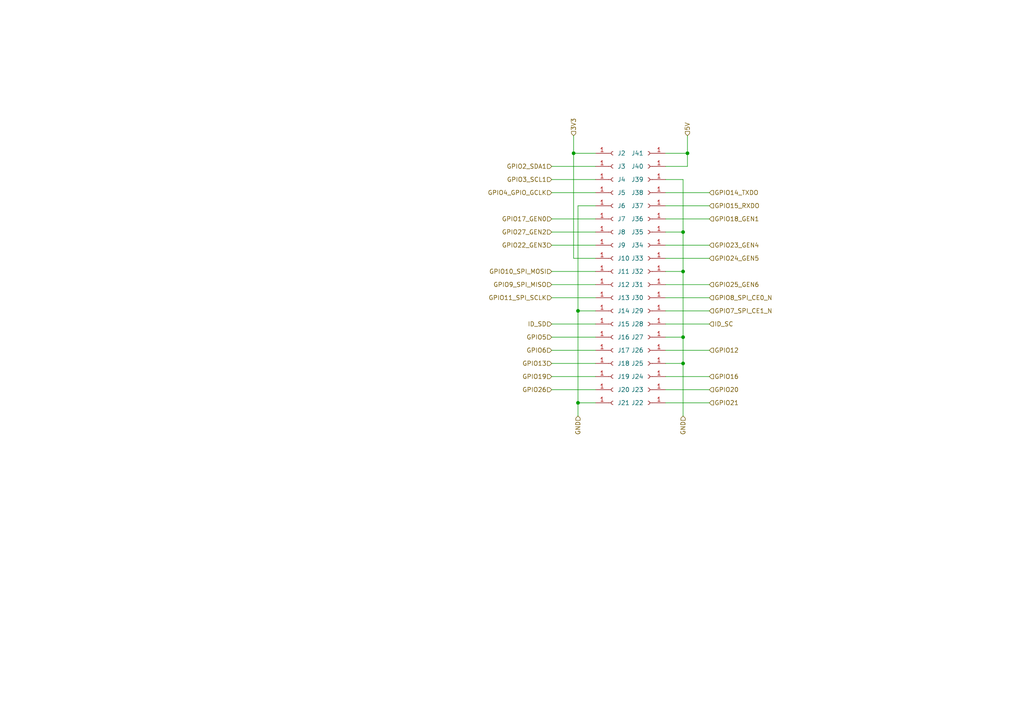
<source format=kicad_sch>
(kicad_sch (version 20230121) (generator eeschema)
  (paper "A4")
  (lib_symbols
    (symbol "Connector:Conn_01x01_Socket" (pin_names (offset 1.016) hide)
      (property "Reference" "J" (at 0 2.54 0))
      (property "Value" "Conn_01x01_Socket" (at 0 -2.54 0))
      (symbol "Conn_01x01_Socket_1_1"
        (polyline (pts (xy -1.27 0) (xy -0.508 0)) (stroke (width 0.1524)))
        (arc (start 0 0.508) (mid -0.5058 0) (end 0 -0.508) (stroke (width 0.1524)))
        (pin passive line (at -5.08 0 0) (length 3.81) (name "Pin_1") (number "1"))
      )
    )
  )
  (junction (at 198.12 67.31))
  (junction (at 198.12 97.79))
  (junction (at 167.64 116.84))
  (junction (at 198.12 78.74))
  (junction (at 167.64 90.17))
  (junction (at 199.39 44.45))
  (junction (at 166.37 44.45))
  (junction (at 198.12 105.41))
  (wire (pts (xy 172.72 59.69) (xy 167.64 59.69)))
  (wire (pts (xy 198.12 78.74) (xy 198.12 97.79)))
  (wire (pts (xy 193.04 82.55) (xy 205.74 82.55)))
  (wire (pts (xy 193.04 113.03) (xy 205.74 113.03)))
  (wire (pts (xy 160.02 63.5) (xy 172.72 63.5)))
  (wire (pts (xy 193.04 90.17) (xy 205.74 90.17)))
  (wire (pts (xy 193.04 93.98) (xy 205.74 93.98)))
  (wire (pts (xy 193.04 97.79) (xy 198.12 97.79)))
  (wire (pts (xy 167.64 90.17) (xy 172.72 90.17)))
  (wire (pts (xy 198.12 67.31) (xy 198.12 78.74)))
  (wire (pts (xy 193.04 48.26) (xy 199.39 48.26)))
  (wire (pts (xy 166.37 39.37) (xy 166.37 44.45)))
  (wire (pts (xy 160.02 55.88) (xy 172.72 55.88)))
  (wire (pts (xy 160.02 86.36) (xy 172.72 86.36)))
  (wire (pts (xy 193.04 59.69) (xy 205.74 59.69)))
  (wire (pts (xy 167.64 116.84) (xy 167.64 120.65)))
  (wire (pts (xy 160.02 78.74) (xy 172.72 78.74)))
  (wire (pts (xy 166.37 44.45) (xy 166.37 74.93)))
  (wire (pts (xy 193.04 116.84) (xy 205.74 116.84)))
  (wire (pts (xy 160.02 52.07) (xy 172.72 52.07)))
  (wire (pts (xy 193.04 74.93) (xy 205.74 74.93)))
  (wire (pts (xy 199.39 39.37) (xy 199.39 44.45)))
  (wire (pts (xy 193.04 67.31) (xy 198.12 67.31)))
  (wire (pts (xy 160.02 101.6) (xy 172.72 101.6)))
  (wire (pts (xy 193.04 109.22) (xy 205.74 109.22)))
  (wire (pts (xy 160.02 67.31) (xy 172.72 67.31)))
  (wire (pts (xy 193.04 52.07) (xy 198.12 52.07)))
  (wire (pts (xy 160.02 48.26) (xy 172.72 48.26)))
  (wire (pts (xy 160.02 71.12) (xy 172.72 71.12)))
  (wire (pts (xy 166.37 44.45) (xy 172.72 44.45)))
  (wire (pts (xy 193.04 105.41) (xy 198.12 105.41)))
  (wire (pts (xy 193.04 86.36) (xy 205.74 86.36)))
  (wire (pts (xy 193.04 55.88) (xy 205.74 55.88)))
  (wire (pts (xy 198.12 52.07) (xy 198.12 67.31)))
  (wire (pts (xy 160.02 109.22) (xy 172.72 109.22)))
  (wire (pts (xy 167.64 59.69) (xy 167.64 90.17)))
  (wire (pts (xy 167.64 116.84) (xy 172.72 116.84)))
  (wire (pts (xy 160.02 113.03) (xy 172.72 113.03)))
  (wire (pts (xy 193.04 71.12) (xy 205.74 71.12)))
  (wire (pts (xy 160.02 105.41) (xy 172.72 105.41)))
  (wire (pts (xy 193.04 78.74) (xy 198.12 78.74)))
  (wire (pts (xy 160.02 93.98) (xy 172.72 93.98)))
  (wire (pts (xy 198.12 97.79) (xy 198.12 105.41)))
  (wire (pts (xy 160.02 97.79) (xy 172.72 97.79)))
  (wire (pts (xy 193.04 63.5) (xy 205.74 63.5)))
  (wire (pts (xy 198.12 105.41) (xy 198.12 120.65)))
  (wire (pts (xy 167.64 90.17) (xy 167.64 116.84)))
  (wire (pts (xy 166.37 74.93) (xy 172.72 74.93)))
  (wire (pts (xy 199.39 48.26) (xy 199.39 44.45)))
  (wire (pts (xy 160.02 82.55) (xy 172.72 82.55)))
  (wire (pts (xy 193.04 44.45) (xy 199.39 44.45)))
  (wire (pts (xy 193.04 101.6) (xy 205.74 101.6)))
  (hierarchical_label "GPIO19" (shape input) (at 160.02 109.22 180))
  (hierarchical_label "GND" (shape input) (at 167.64 120.65 270))
  (hierarchical_label "GPIO5" (shape input) (at 160.02 97.79 180))
  (hierarchical_label "GND" (shape input) (at 198.12 120.65 270))
  (hierarchical_label "GPIO23_GEN4" (shape input) (at 205.74 71.12 0))
  (hierarchical_label "ID_SD" (shape input) (at 160.02 93.98 180))
  (hierarchical_label "GPIO16" (shape input) (at 205.74 109.22 0))
  (hierarchical_label "GPIO8_SPI_CE0_N" (shape input) (at 205.74 86.36 0))
  (hierarchical_label "GPIO17_GEN0" (shape input) (at 160.02 63.5 180))
  (hierarchical_label "GPIO6" (shape input) (at 160.02 101.6 180))
  (hierarchical_label "GPIO11_SPI_SCLK" (shape input) (at 160.02 86.36 180))
  (hierarchical_label "GPIO18_GEN1" (shape input) (at 205.74 63.5 0))
  (hierarchical_label "GPIO15_RXDO" (shape input) (at 205.74 59.69 0))
  (hierarchical_label "GPIO27_GEN2" (shape input) (at 160.02 67.31 180))
  (hierarchical_label "GPIO22_GEN3" (shape input) (at 160.02 71.12 180))
  (hierarchical_label "ID_SC" (shape input) (at 205.74 93.98 0))
  (hierarchical_label "GPIO24_GEN5" (shape input) (at 205.74 74.93 0))
  (hierarchical_label "GPIO9_SPI_MISO" (shape input) (at 160.02 82.55 180))
  (hierarchical_label "GPIO21" (shape input) (at 205.74 116.84 0))
  (hierarchical_label "GPIO3_SCL1" (shape input) (at 160.02 52.07 180))
  (hierarchical_label "GPIO12" (shape input) (at 205.74 101.6 0))
  (hierarchical_label "GPIO10_SPI_MOSI" (shape input) (at 160.02 78.74 180))
  (hierarchical_label "5V" (shape input) (at 199.39 39.37 90))
  (hierarchical_label "GPIO25_GEN6" (shape input) (at 205.74 82.55 0))
  (hierarchical_label "3V3" (shape input) (at 166.37 39.37 90))
  (hierarchical_label "GPIO4_GPIO_GCLK" (shape input) (at 160.02 55.88 180))
  (hierarchical_label "GPIO14_TXDO" (shape input) (at 205.74 55.88 0))
  (hierarchical_label "GPIO26" (shape input) (at 160.02 113.03 180))
  (hierarchical_label "GPIO13" (shape input) (at 160.02 105.41 180))
  (hierarchical_label "GPIO7_SPI_CE1_N" (shape input) (at 205.74 90.17 0))
  (hierarchical_label "GPIO20" (shape input) (at 205.74 113.03 0))
  (hierarchical_label "GPIO2_SDA1" (shape input) (at 160.02 48.26 180))
  (symbol (lib_id "Connector:Conn_01x01_Socket") (at 177.8 55.88 0) (unit 1)
    (property "Reference" "J5" (at 179.07 55.88 0) (effects (justify left)))
    (property "Value" "Conn_01x01_Socket" (effects hide))
    (property "Footprint" "Connector_PinSocket_2.00mm:PinSocket_1x01_P2.00mm_Vertical" (effects hide))
  )
  (symbol (lib_id "Connector:Conn_01x01_Socket") (at 177.8 86.36 0) (unit 1)
    (property "Reference" "J13" (at 179.07 86.36 0) (effects (justify left)))
    (property "Value" "Conn_01x01_Socket" (effects hide))
    (property "Footprint" "Connector_PinSocket_2.00mm:PinSocket_1x01_P2.00mm_Vertical" (effects hide))
  )
  (symbol (lib_id "Connector:Conn_01x01_Socket") (at 177.8 97.79 0) (unit 1)
    (property "Reference" "J16" (at 179.07 97.79 0) (effects (justify left)))
    (property "Value" "Conn_01x01_Socket" (effects hide))
    (property "Footprint" "Connector_PinSocket_2.00mm:PinSocket_1x01_P2.00mm_Vertical" (effects hide))
  )
  (symbol (lib_id "Connector:Conn_01x01_Socket") (at 177.8 116.84 0) (unit 1)
    (property "Reference" "J21" (at 179.07 116.84 0) (effects (justify left)))
    (property "Value" "Conn_01x01_Socket" (effects hide))
    (property "Footprint" "Connector_PinSocket_2.00mm:PinSocket_1x01_P2.00mm_Vertical" (effects hide))
  )
  (symbol (lib_id "Connector:Conn_01x01_Socket") (at 187.96 82.55 180) (unit 1)
    (property "Reference" "J31" (at 186.69 82.55 0) (effects (justify left)))
    (property "Value" "Conn_01x01_Socket" (effects hide))
    (property "Footprint" "Connector_PinSocket_2.00mm:PinSocket_1x01_P2.00mm_Vertical" (effects hide))
  )
  (symbol (lib_id "Connector:Conn_01x01_Socket") (at 177.8 113.03 0) (unit 1)
    (property "Reference" "J20" (at 179.07 113.03 0) (effects (justify left)))
    (property "Value" "Conn_01x01_Socket" (effects hide))
    (property "Footprint" "Connector_PinSocket_2.00mm:PinSocket_1x01_P2.00mm_Vertical" (effects hide))
  )
  (symbol (lib_id "Connector:Conn_01x01_Socket") (at 187.96 55.88 180) (unit 1)
    (property "Reference" "J38" (at 186.69 55.88 0) (effects (justify left)))
    (property "Value" "Conn_01x01_Socket" (effects hide))
    (property "Footprint" "Connector_PinSocket_2.00mm:PinSocket_1x01_P2.00mm_Vertical" (effects hide))
  )
  (symbol (lib_id "Connector:Conn_01x01_Socket") (at 187.96 113.03 180) (unit 1)
    (property "Reference" "J23" (at 186.69 113.03 0) (effects (justify left)))
    (property "Value" "Conn_01x01_Socket" (effects hide))
    (property "Footprint" "Connector_PinSocket_2.00mm:PinSocket_1x01_P2.00mm_Vertical" (effects hide))
  )
  (symbol (lib_id "Connector:Conn_01x01_Socket") (at 187.96 71.12 180) (unit 1)
    (property "Reference" "J34" (at 186.69 71.12 0) (effects (justify left)))
    (property "Value" "Conn_01x01_Socket" (effects hide))
    (property "Footprint" "Connector_PinSocket_2.00mm:PinSocket_1x01_P2.00mm_Vertical" (effects hide))
  )
  (symbol (lib_id "Connector:Conn_01x01_Socket") (at 177.8 44.45 0) (unit 1)
    (property "Reference" "J2" (at 179.07 44.45 0) (effects (justify left)))
    (property "Value" "Conn_01x01_Socket" (effects hide))
    (property "Footprint" "Connector_PinSocket_2.00mm:PinSocket_1x01_P2.00mm_Vertical" (effects hide))
  )
  (symbol (lib_id "Connector:Conn_01x01_Socket") (at 177.8 71.12 0) (unit 1)
    (property "Reference" "J9" (at 179.07 71.12 0) (effects (justify left)))
    (property "Value" "Conn_01x01_Socket" (effects hide))
    (property "Footprint" "Connector_PinSocket_2.00mm:PinSocket_1x01_P2.00mm_Vertical" (effects hide))
  )
  (symbol (lib_id "Connector:Conn_01x01_Socket") (at 187.96 67.31 180) (unit 1)
    (property "Reference" "J35" (at 186.69 67.31 0) (effects (justify left)))
    (property "Value" "Conn_01x01_Socket" (effects hide))
    (property "Footprint" "Connector_PinSocket_2.00mm:PinSocket_1x01_P2.00mm_Vertical" (effects hide))
  )
  (symbol (lib_id "Connector:Conn_01x01_Socket") (at 187.96 97.79 180) (unit 1)
    (property "Reference" "J27" (at 186.69 97.79 0) (effects (justify left)))
    (property "Value" "Conn_01x01_Socket" (effects hide))
    (property "Footprint" "Connector_PinSocket_2.00mm:PinSocket_1x01_P2.00mm_Vertical" (effects hide))
  )
  (symbol (lib_id "Connector:Conn_01x01_Socket") (at 177.8 59.69 0) (unit 1)
    (property "Reference" "J6" (at 179.07 59.69 0) (effects (justify left)))
    (property "Value" "Conn_01x01_Socket" (effects hide))
    (property "Footprint" "Connector_PinSocket_2.00mm:PinSocket_1x01_P2.00mm_Vertical" (effects hide))
  )
  (symbol (lib_id "Connector:Conn_01x01_Socket") (at 177.8 74.93 0) (unit 1)
    (property "Reference" "J10" (at 179.07 74.93 0) (effects (justify left)))
    (property "Value" "Conn_01x01_Socket" (effects hide))
    (property "Footprint" "Connector_PinSocket_2.00mm:PinSocket_1x01_P2.00mm_Vertical" (effects hide))
  )
  (symbol (lib_id "Connector:Conn_01x01_Socket") (at 187.96 109.22 180) (unit 1)
    (property "Reference" "J24" (at 186.69 109.22 0) (effects (justify left)))
    (property "Value" "Conn_01x01_Socket" (effects hide))
    (property "Footprint" "Connector_PinSocket_2.00mm:PinSocket_1x01_P2.00mm_Vertical" (effects hide))
  )
  (symbol (lib_id "Connector:Conn_01x01_Socket") (at 187.96 44.45 180) (unit 1)
    (property "Reference" "J41" (at 186.69 44.45 0) (effects (justify left)))
    (property "Value" "Conn_01x01_Socket" (effects hide))
    (property "Footprint" "Connector_PinSocket_2.00mm:PinSocket_1x01_P2.00mm_Vertical" (effects hide))
  )
  (symbol (lib_id "Connector:Conn_01x01_Socket") (at 177.8 101.6 0) (unit 1)
    (property "Reference" "J17" (at 179.07 101.6 0) (effects (justify left)))
    (property "Value" "Conn_01x01_Socket" (effects hide))
    (property "Footprint" "Connector_PinSocket_2.00mm:PinSocket_1x01_P2.00mm_Vertical" (effects hide))
  )
  (symbol (lib_id "Connector:Conn_01x01_Socket") (at 187.96 63.5 180) (unit 1)
    (property "Reference" "J36" (at 186.69 63.5 0) (effects (justify left)))
    (property "Value" "Conn_01x01_Socket" (effects hide))
    (property "Footprint" "Connector_PinSocket_2.00mm:PinSocket_1x01_P2.00mm_Vertical" (effects hide))
  )
  (symbol (lib_id "Connector:Conn_01x01_Socket") (at 187.96 90.17 180) (unit 1)
    (property "Reference" "J29" (at 186.69 90.17 0) (effects (justify left)))
    (property "Value" "Conn_01x01_Socket" (effects hide))
    (property "Footprint" "Connector_PinSocket_2.00mm:PinSocket_1x01_P2.00mm_Vertical" (effects hide))
  )
  (symbol (lib_id "Connector:Conn_01x01_Socket") (at 177.8 67.31 0) (unit 1)
    (property "Reference" "J8" (at 179.07 67.31 0) (effects (justify left)))
    (property "Value" "Conn_01x01_Socket" (effects hide))
    (property "Footprint" "Connector_PinSocket_2.00mm:PinSocket_1x01_P2.00mm_Vertical" (effects hide))
  )
  (symbol (lib_id "Connector:Conn_01x01_Socket") (at 187.96 101.6 180) (unit 1)
    (property "Reference" "J26" (at 186.69 101.6 0) (effects (justify left)))
    (property "Value" "Conn_01x01_Socket" (effects hide))
    (property "Footprint" "Connector_PinSocket_2.00mm:PinSocket_1x01_P2.00mm_Vertical" (effects hide))
  )
  (symbol (lib_id "Connector:Conn_01x01_Socket") (at 187.96 105.41 180) (unit 1)
    (property "Reference" "J25" (at 186.69 105.41 0) (effects (justify left)))
    (property "Value" "Conn_01x01_Socket" (effects hide))
    (property "Footprint" "Connector_PinSocket_2.00mm:PinSocket_1x01_P2.00mm_Vertical" (effects hide))
  )
  (symbol (lib_id "Connector:Conn_01x01_Socket") (at 177.8 52.07 0) (unit 1)
    (property "Reference" "J4" (at 179.07 52.07 0) (effects (justify left)))
    (property "Value" "Conn_01x01_Socket" (effects hide))
    (property "Footprint" "Connector_PinSocket_2.00mm:PinSocket_1x01_P2.00mm_Vertical" (effects hide))
  )
  (symbol (lib_id "Connector:Conn_01x01_Socket") (at 177.8 63.5 0) (unit 1)
    (property "Reference" "J7" (at 179.07 63.5 0) (effects (justify left)))
    (property "Value" "Conn_01x01_Socket" (effects hide))
    (property "Footprint" "Connector_PinSocket_2.00mm:PinSocket_1x01_P2.00mm_Vertical" (effects hide))
  )
  (symbol (lib_id "Connector:Conn_01x01_Socket") (at 187.96 78.74 180) (unit 1)
    (property "Reference" "J32" (at 186.69 78.74 0) (effects (justify left)))
    (property "Value" "Conn_01x01_Socket" (effects hide))
    (property "Footprint" "Connector_PinSocket_2.00mm:PinSocket_1x01_P2.00mm_Vertical" (effects hide))
  )
  (symbol (lib_id "Connector:Conn_01x01_Socket") (at 187.96 93.98 180) (unit 1)
    (property "Reference" "J28" (at 186.69 93.98 0) (effects (justify left)))
    (property "Value" "Conn_01x01_Socket" (effects hide))
    (property "Footprint" "Connector_PinSocket_2.00mm:PinSocket_1x01_P2.00mm_Vertical" (effects hide))
  )
  (symbol (lib_id "Connector:Conn_01x01_Socket") (at 177.8 82.55 0) (unit 1)
    (property "Reference" "J12" (at 179.07 82.55 0) (effects (justify left)))
    (property "Value" "Conn_01x01_Socket" (effects hide))
    (property "Footprint" "Connector_PinSocket_2.00mm:PinSocket_1x01_P2.00mm_Vertical" (effects hide))
  )
  (symbol (lib_id "Connector:Conn_01x01_Socket") (at 177.8 78.74 0) (unit 1)
    (property "Reference" "J11" (at 179.07 78.74 0) (effects (justify left)))
    (property "Value" "Conn_01x01_Socket" (effects hide))
    (property "Footprint" "Connector_PinSocket_2.00mm:PinSocket_1x01_P2.00mm_Vertical" (effects hide))
  )
  (symbol (lib_id "Connector:Conn_01x01_Socket") (at 187.96 52.07 180) (unit 1)
    (property "Reference" "J39" (at 186.69 52.07 0) (effects (justify left)))
    (property "Value" "Conn_01x01_Socket" (effects hide))
    (property "Footprint" "Connector_PinSocket_2.00mm:PinSocket_1x01_P2.00mm_Vertical" (effects hide))
  )
  (symbol (lib_id "Connector:Conn_01x01_Socket") (at 187.96 74.93 180) (unit 1)
    (property "Reference" "J33" (at 186.69 74.93 0) (effects (justify left)))
    (property "Value" "Conn_01x01_Socket" (effects hide))
    (property "Footprint" "Connector_PinSocket_2.00mm:PinSocket_1x01_P2.00mm_Vertical" (effects hide))
  )
  (symbol (lib_id "Connector:Conn_01x01_Socket") (at 187.96 116.84 180) (unit 1)
    (property "Reference" "J22" (at 186.69 116.84 0) (effects (justify left)))
    (property "Value" "Conn_01x01_Socket" (effects hide))
    (property "Footprint" "Connector_PinSocket_2.00mm:PinSocket_1x01_P2.00mm_Vertical" (effects hide))
  )
  (symbol (lib_id "Connector:Conn_01x01_Socket") (at 177.8 93.98 0) (unit 1)
    (property "Reference" "J15" (at 179.07 93.98 0) (effects (justify left)))
    (property "Value" "Conn_01x01_Socket" (effects hide))
    (property "Footprint" "Connector_PinSocket_2.00mm:PinSocket_1x01_P2.00mm_Vertical" (effects hide))
  )
  (symbol (lib_id "Connector:Conn_01x01_Socket") (at 177.8 48.26 0) (unit 1)
    (property "Reference" "J3" (at 179.07 48.26 0) (effects (justify left)))
    (property "Value" "Conn_01x01_Socket" (effects hide))
    (property "Footprint" "Connector_PinSocket_2.00mm:PinSocket_1x01_P2.00mm_Vertical" (effects hide))
  )
  (symbol (lib_id "Connector:Conn_01x01_Socket") (at 177.8 109.22 0) (unit 1)
    (property "Reference" "J19" (at 179.07 109.22 0) (effects (justify left)))
    (property "Value" "Conn_01x01_Socket" (effects hide))
    (property "Footprint" "Connector_PinSocket_2.00mm:PinSocket_1x01_P2.00mm_Vertical" (effects hide))
  )
  (symbol (lib_id "Connector:Conn_01x01_Socket") (at 187.96 48.26 180) (unit 1)
    (property "Reference" "J40" (at 186.69 48.26 0) (effects (justify left)))
    (property "Value" "Conn_01x01_Socket" (effects hide))
    (property "Footprint" "Connector_PinSocket_2.00mm:PinSocket_1x01_P2.00mm_Vertical" (effects hide))
  )
  (symbol (lib_id "Connector:Conn_01x01_Socket") (at 177.8 90.17 0) (unit 1)
    (property "Reference" "J14" (at 179.07 90.17 0) (effects (justify left)))
    (property "Value" "Conn_01x01_Socket" (effects hide))
    (property "Footprint" "Connector_PinSocket_2.00mm:PinSocket_1x01_P2.00mm_Vertical" (effects hide))
  )
  (symbol (lib_id "Connector:Conn_01x01_Socket") (at 187.96 86.36 180) (unit 1)
    (property "Reference" "J30" (at 186.69 86.36 0) (effects (justify left)))
    (property "Value" "Conn_01x01_Socket" (effects hide))
    (property "Footprint" "Connector_PinSocket_2.00mm:PinSocket_1x01_P2.00mm_Vertical" (effects hide))
  )
  (symbol (lib_id "Connector:Conn_01x01_Socket") (at 177.8 105.41 0) (unit 1)
    (property "Reference" "J18" (at 179.07 105.41 0) (effects (justify left)))
    (property "Value" "Conn_01x01_Socket" (effects hide))
    (property "Footprint" "Connector_PinSocket_2.00mm:PinSocket_1x01_P2.00mm_Vertical" (effects hide))
  )
  (symbol (lib_id "Connector:Conn_01x01_Socket") (at 187.96 59.69 180) (unit 1)
    (property "Reference" "J37" (at 186.69 59.69 0) (effects (justify left)))
    (property "Value" "Conn_01x01_Socket" (effects hide))
    (property "Footprint" "Connector_PinSocket_2.00mm:PinSocket_1x01_P2.00mm_Vertical" (effects hide))
  )
)
</source>
